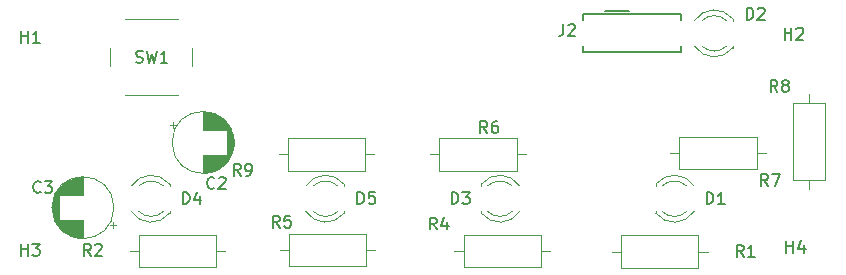
<source format=gbr>
%TF.GenerationSoftware,KiCad,Pcbnew,(6.0.1)*%
%TF.CreationDate,2022-10-21T14:46:05-07:00*%
%TF.ProjectId,BonkDaddyBoard,426f6e6b-4461-4646-9479-426f6172642e,1.2*%
%TF.SameCoordinates,Original*%
%TF.FileFunction,Legend,Top*%
%TF.FilePolarity,Positive*%
%FSLAX46Y46*%
G04 Gerber Fmt 4.6, Leading zero omitted, Abs format (unit mm)*
G04 Created by KiCad (PCBNEW (6.0.1)) date 2022-10-21 14:46:05*
%MOMM*%
%LPD*%
G01*
G04 APERTURE LIST*
%ADD10C,0.150000*%
%ADD11C,0.120000*%
G04 APERTURE END LIST*
D10*
%TO.C,J2*%
X98141666Y-51977380D02*
X98141666Y-52691666D01*
X98094047Y-52834523D01*
X97998809Y-52929761D01*
X97855952Y-52977380D01*
X97760714Y-52977380D01*
X98570238Y-52072619D02*
X98617857Y-52025000D01*
X98713095Y-51977380D01*
X98951190Y-51977380D01*
X99046428Y-52025000D01*
X99094047Y-52072619D01*
X99141666Y-52167857D01*
X99141666Y-52263095D01*
X99094047Y-52405952D01*
X98522619Y-52977380D01*
X99141666Y-52977380D01*
%TO.C,H1*%
X52238095Y-53538380D02*
X52238095Y-52538380D01*
X52238095Y-53014571D02*
X52809523Y-53014571D01*
X52809523Y-53538380D02*
X52809523Y-52538380D01*
X53809523Y-53538380D02*
X53238095Y-53538380D01*
X53523809Y-53538380D02*
X53523809Y-52538380D01*
X53428571Y-52681238D01*
X53333333Y-52776476D01*
X53238095Y-52824095D01*
%TO.C,H2*%
X116880095Y-53284380D02*
X116880095Y-52284380D01*
X116880095Y-52760571D02*
X117451523Y-52760571D01*
X117451523Y-53284380D02*
X117451523Y-52284380D01*
X117880095Y-52379619D02*
X117927714Y-52332000D01*
X118022952Y-52284380D01*
X118261047Y-52284380D01*
X118356285Y-52332000D01*
X118403904Y-52379619D01*
X118451523Y-52474857D01*
X118451523Y-52570095D01*
X118403904Y-52712952D01*
X117832476Y-53284380D01*
X118451523Y-53284380D01*
%TO.C,H3*%
X52238095Y-71572380D02*
X52238095Y-70572380D01*
X52238095Y-71048571D02*
X52809523Y-71048571D01*
X52809523Y-71572380D02*
X52809523Y-70572380D01*
X53190476Y-70572380D02*
X53809523Y-70572380D01*
X53476190Y-70953333D01*
X53619047Y-70953333D01*
X53714285Y-71000952D01*
X53761904Y-71048571D01*
X53809523Y-71143809D01*
X53809523Y-71381904D01*
X53761904Y-71477142D01*
X53714285Y-71524761D01*
X53619047Y-71572380D01*
X53333333Y-71572380D01*
X53238095Y-71524761D01*
X53190476Y-71477142D01*
%TO.C,H4*%
X117038095Y-71318380D02*
X117038095Y-70318380D01*
X117038095Y-70794571D02*
X117609523Y-70794571D01*
X117609523Y-71318380D02*
X117609523Y-70318380D01*
X118514285Y-70651714D02*
X118514285Y-71318380D01*
X118276190Y-70270761D02*
X118038095Y-70985047D01*
X118657142Y-70985047D01*
%TO.C,SW1*%
X61968666Y-55190761D02*
X62111523Y-55238380D01*
X62349619Y-55238380D01*
X62444857Y-55190761D01*
X62492476Y-55143142D01*
X62540095Y-55047904D01*
X62540095Y-54952666D01*
X62492476Y-54857428D01*
X62444857Y-54809809D01*
X62349619Y-54762190D01*
X62159142Y-54714571D01*
X62063904Y-54666952D01*
X62016285Y-54619333D01*
X61968666Y-54524095D01*
X61968666Y-54428857D01*
X62016285Y-54333619D01*
X62063904Y-54286000D01*
X62159142Y-54238380D01*
X62397238Y-54238380D01*
X62540095Y-54286000D01*
X62873428Y-54238380D02*
X63111523Y-55238380D01*
X63302000Y-54524095D01*
X63492476Y-55238380D01*
X63730571Y-54238380D01*
X64635333Y-55238380D02*
X64063904Y-55238380D01*
X64349619Y-55238380D02*
X64349619Y-54238380D01*
X64254380Y-54381238D01*
X64159142Y-54476476D01*
X64063904Y-54524095D01*
%TO.C,D1*%
X110286904Y-67202380D02*
X110286904Y-66202380D01*
X110525000Y-66202380D01*
X110667857Y-66250000D01*
X110763095Y-66345238D01*
X110810714Y-66440476D01*
X110858333Y-66630952D01*
X110858333Y-66773809D01*
X110810714Y-66964285D01*
X110763095Y-67059523D01*
X110667857Y-67154761D01*
X110525000Y-67202380D01*
X110286904Y-67202380D01*
X111810714Y-67202380D02*
X111239285Y-67202380D01*
X111525000Y-67202380D02*
X111525000Y-66202380D01*
X111429761Y-66345238D01*
X111334523Y-66440476D01*
X111239285Y-66488095D01*
%TO.C,D2*%
X113661904Y-51577380D02*
X113661904Y-50577380D01*
X113900000Y-50577380D01*
X114042857Y-50625000D01*
X114138095Y-50720238D01*
X114185714Y-50815476D01*
X114233333Y-51005952D01*
X114233333Y-51148809D01*
X114185714Y-51339285D01*
X114138095Y-51434523D01*
X114042857Y-51529761D01*
X113900000Y-51577380D01*
X113661904Y-51577380D01*
X114614285Y-50672619D02*
X114661904Y-50625000D01*
X114757142Y-50577380D01*
X114995238Y-50577380D01*
X115090476Y-50625000D01*
X115138095Y-50672619D01*
X115185714Y-50767857D01*
X115185714Y-50863095D01*
X115138095Y-51005952D01*
X114566666Y-51577380D01*
X115185714Y-51577380D01*
%TO.C,R1*%
X113408333Y-71677380D02*
X113075000Y-71201190D01*
X112836904Y-71677380D02*
X112836904Y-70677380D01*
X113217857Y-70677380D01*
X113313095Y-70725000D01*
X113360714Y-70772619D01*
X113408333Y-70867857D01*
X113408333Y-71010714D01*
X113360714Y-71105952D01*
X113313095Y-71153571D01*
X113217857Y-71201190D01*
X112836904Y-71201190D01*
X114360714Y-71677380D02*
X113789285Y-71677380D01*
X114075000Y-71677380D02*
X114075000Y-70677380D01*
X113979761Y-70820238D01*
X113884523Y-70915476D01*
X113789285Y-70963095D01*
%TO.C,R2*%
X58133333Y-71577380D02*
X57800000Y-71101190D01*
X57561904Y-71577380D02*
X57561904Y-70577380D01*
X57942857Y-70577380D01*
X58038095Y-70625000D01*
X58085714Y-70672619D01*
X58133333Y-70767857D01*
X58133333Y-70910714D01*
X58085714Y-71005952D01*
X58038095Y-71053571D01*
X57942857Y-71101190D01*
X57561904Y-71101190D01*
X58514285Y-70672619D02*
X58561904Y-70625000D01*
X58657142Y-70577380D01*
X58895238Y-70577380D01*
X58990476Y-70625000D01*
X59038095Y-70672619D01*
X59085714Y-70767857D01*
X59085714Y-70863095D01*
X59038095Y-71005952D01*
X58466666Y-71577380D01*
X59085714Y-71577380D01*
%TO.C,D3*%
X88691904Y-67202380D02*
X88691904Y-66202380D01*
X88930000Y-66202380D01*
X89072857Y-66250000D01*
X89168095Y-66345238D01*
X89215714Y-66440476D01*
X89263333Y-66630952D01*
X89263333Y-66773809D01*
X89215714Y-66964285D01*
X89168095Y-67059523D01*
X89072857Y-67154761D01*
X88930000Y-67202380D01*
X88691904Y-67202380D01*
X89596666Y-66202380D02*
X90215714Y-66202380D01*
X89882380Y-66583333D01*
X90025238Y-66583333D01*
X90120476Y-66630952D01*
X90168095Y-66678571D01*
X90215714Y-66773809D01*
X90215714Y-67011904D01*
X90168095Y-67107142D01*
X90120476Y-67154761D01*
X90025238Y-67202380D01*
X89739523Y-67202380D01*
X89644285Y-67154761D01*
X89596666Y-67107142D01*
%TO.C,R4*%
X87433333Y-69352380D02*
X87100000Y-68876190D01*
X86861904Y-69352380D02*
X86861904Y-68352380D01*
X87242857Y-68352380D01*
X87338095Y-68400000D01*
X87385714Y-68447619D01*
X87433333Y-68542857D01*
X87433333Y-68685714D01*
X87385714Y-68780952D01*
X87338095Y-68828571D01*
X87242857Y-68876190D01*
X86861904Y-68876190D01*
X88290476Y-68685714D02*
X88290476Y-69352380D01*
X88052380Y-68304761D02*
X87814285Y-69019047D01*
X88433333Y-69019047D01*
%TO.C,R5*%
X74132333Y-69191780D02*
X73799000Y-68715590D01*
X73560904Y-69191780D02*
X73560904Y-68191780D01*
X73941857Y-68191780D01*
X74037095Y-68239400D01*
X74084714Y-68287019D01*
X74132333Y-68382257D01*
X74132333Y-68525114D01*
X74084714Y-68620352D01*
X74037095Y-68667971D01*
X73941857Y-68715590D01*
X73560904Y-68715590D01*
X75037095Y-68191780D02*
X74560904Y-68191780D01*
X74513285Y-68667971D01*
X74560904Y-68620352D01*
X74656142Y-68572733D01*
X74894238Y-68572733D01*
X74989476Y-68620352D01*
X75037095Y-68667971D01*
X75084714Y-68763209D01*
X75084714Y-69001304D01*
X75037095Y-69096542D01*
X74989476Y-69144161D01*
X74894238Y-69191780D01*
X74656142Y-69191780D01*
X74560904Y-69144161D01*
X74513285Y-69096542D01*
%TO.C,R6*%
X91708333Y-61177380D02*
X91375000Y-60701190D01*
X91136904Y-61177380D02*
X91136904Y-60177380D01*
X91517857Y-60177380D01*
X91613095Y-60225000D01*
X91660714Y-60272619D01*
X91708333Y-60367857D01*
X91708333Y-60510714D01*
X91660714Y-60605952D01*
X91613095Y-60653571D01*
X91517857Y-60701190D01*
X91136904Y-60701190D01*
X92565476Y-60177380D02*
X92375000Y-60177380D01*
X92279761Y-60225000D01*
X92232142Y-60272619D01*
X92136904Y-60415476D01*
X92089285Y-60605952D01*
X92089285Y-60986904D01*
X92136904Y-61082142D01*
X92184523Y-61129761D01*
X92279761Y-61177380D01*
X92470238Y-61177380D01*
X92565476Y-61129761D01*
X92613095Y-61082142D01*
X92660714Y-60986904D01*
X92660714Y-60748809D01*
X92613095Y-60653571D01*
X92565476Y-60605952D01*
X92470238Y-60558333D01*
X92279761Y-60558333D01*
X92184523Y-60605952D01*
X92136904Y-60653571D01*
X92089285Y-60748809D01*
%TO.C,R8*%
X116283333Y-57702380D02*
X115950000Y-57226190D01*
X115711904Y-57702380D02*
X115711904Y-56702380D01*
X116092857Y-56702380D01*
X116188095Y-56750000D01*
X116235714Y-56797619D01*
X116283333Y-56892857D01*
X116283333Y-57035714D01*
X116235714Y-57130952D01*
X116188095Y-57178571D01*
X116092857Y-57226190D01*
X115711904Y-57226190D01*
X116854761Y-57130952D02*
X116759523Y-57083333D01*
X116711904Y-57035714D01*
X116664285Y-56940476D01*
X116664285Y-56892857D01*
X116711904Y-56797619D01*
X116759523Y-56750000D01*
X116854761Y-56702380D01*
X117045238Y-56702380D01*
X117140476Y-56750000D01*
X117188095Y-56797619D01*
X117235714Y-56892857D01*
X117235714Y-56940476D01*
X117188095Y-57035714D01*
X117140476Y-57083333D01*
X117045238Y-57130952D01*
X116854761Y-57130952D01*
X116759523Y-57178571D01*
X116711904Y-57226190D01*
X116664285Y-57321428D01*
X116664285Y-57511904D01*
X116711904Y-57607142D01*
X116759523Y-57654761D01*
X116854761Y-57702380D01*
X117045238Y-57702380D01*
X117140476Y-57654761D01*
X117188095Y-57607142D01*
X117235714Y-57511904D01*
X117235714Y-57321428D01*
X117188095Y-57226190D01*
X117140476Y-57178571D01*
X117045238Y-57130952D01*
%TO.C,R9*%
X70823333Y-64792380D02*
X70490000Y-64316190D01*
X70251904Y-64792380D02*
X70251904Y-63792380D01*
X70632857Y-63792380D01*
X70728095Y-63840000D01*
X70775714Y-63887619D01*
X70823333Y-63982857D01*
X70823333Y-64125714D01*
X70775714Y-64220952D01*
X70728095Y-64268571D01*
X70632857Y-64316190D01*
X70251904Y-64316190D01*
X71299523Y-64792380D02*
X71490000Y-64792380D01*
X71585238Y-64744761D01*
X71632857Y-64697142D01*
X71728095Y-64554285D01*
X71775714Y-64363809D01*
X71775714Y-63982857D01*
X71728095Y-63887619D01*
X71680476Y-63840000D01*
X71585238Y-63792380D01*
X71394761Y-63792380D01*
X71299523Y-63840000D01*
X71251904Y-63887619D01*
X71204285Y-63982857D01*
X71204285Y-64220952D01*
X71251904Y-64316190D01*
X71299523Y-64363809D01*
X71394761Y-64411428D01*
X71585238Y-64411428D01*
X71680476Y-64363809D01*
X71728095Y-64316190D01*
X71775714Y-64220952D01*
%TO.C,R7*%
X115483333Y-65652380D02*
X115150000Y-65176190D01*
X114911904Y-65652380D02*
X114911904Y-64652380D01*
X115292857Y-64652380D01*
X115388095Y-64700000D01*
X115435714Y-64747619D01*
X115483333Y-64842857D01*
X115483333Y-64985714D01*
X115435714Y-65080952D01*
X115388095Y-65128571D01*
X115292857Y-65176190D01*
X114911904Y-65176190D01*
X115816666Y-64652380D02*
X116483333Y-64652380D01*
X116054761Y-65652380D01*
%TO.C,C2*%
X68603333Y-65817142D02*
X68555714Y-65864761D01*
X68412857Y-65912380D01*
X68317619Y-65912380D01*
X68174761Y-65864761D01*
X68079523Y-65769523D01*
X68031904Y-65674285D01*
X67984285Y-65483809D01*
X67984285Y-65340952D01*
X68031904Y-65150476D01*
X68079523Y-65055238D01*
X68174761Y-64960000D01*
X68317619Y-64912380D01*
X68412857Y-64912380D01*
X68555714Y-64960000D01*
X68603333Y-65007619D01*
X68984285Y-65007619D02*
X69031904Y-64960000D01*
X69127142Y-64912380D01*
X69365238Y-64912380D01*
X69460476Y-64960000D01*
X69508095Y-65007619D01*
X69555714Y-65102857D01*
X69555714Y-65198095D01*
X69508095Y-65340952D01*
X68936666Y-65912380D01*
X69555714Y-65912380D01*
%TO.C,D5*%
X80711904Y-67177380D02*
X80711904Y-66177380D01*
X80950000Y-66177380D01*
X81092857Y-66225000D01*
X81188095Y-66320238D01*
X81235714Y-66415476D01*
X81283333Y-66605952D01*
X81283333Y-66748809D01*
X81235714Y-66939285D01*
X81188095Y-67034523D01*
X81092857Y-67129761D01*
X80950000Y-67177380D01*
X80711904Y-67177380D01*
X82188095Y-66177380D02*
X81711904Y-66177380D01*
X81664285Y-66653571D01*
X81711904Y-66605952D01*
X81807142Y-66558333D01*
X82045238Y-66558333D01*
X82140476Y-66605952D01*
X82188095Y-66653571D01*
X82235714Y-66748809D01*
X82235714Y-66986904D01*
X82188095Y-67082142D01*
X82140476Y-67129761D01*
X82045238Y-67177380D01*
X81807142Y-67177380D01*
X81711904Y-67129761D01*
X81664285Y-67082142D01*
%TO.C,C3*%
X53893333Y-66167142D02*
X53845714Y-66214761D01*
X53702857Y-66262380D01*
X53607619Y-66262380D01*
X53464761Y-66214761D01*
X53369523Y-66119523D01*
X53321904Y-66024285D01*
X53274285Y-65833809D01*
X53274285Y-65690952D01*
X53321904Y-65500476D01*
X53369523Y-65405238D01*
X53464761Y-65310000D01*
X53607619Y-65262380D01*
X53702857Y-65262380D01*
X53845714Y-65310000D01*
X53893333Y-65357619D01*
X54226666Y-65262380D02*
X54845714Y-65262380D01*
X54512380Y-65643333D01*
X54655238Y-65643333D01*
X54750476Y-65690952D01*
X54798095Y-65738571D01*
X54845714Y-65833809D01*
X54845714Y-66071904D01*
X54798095Y-66167142D01*
X54750476Y-66214761D01*
X54655238Y-66262380D01*
X54369523Y-66262380D01*
X54274285Y-66214761D01*
X54226666Y-66167142D01*
%TO.C,D4*%
X65936904Y-67202380D02*
X65936904Y-66202380D01*
X66175000Y-66202380D01*
X66317857Y-66250000D01*
X66413095Y-66345238D01*
X66460714Y-66440476D01*
X66508333Y-66630952D01*
X66508333Y-66773809D01*
X66460714Y-66964285D01*
X66413095Y-67059523D01*
X66317857Y-67154761D01*
X66175000Y-67202380D01*
X65936904Y-67202380D01*
X67365476Y-66535714D02*
X67365476Y-67202380D01*
X67127380Y-66154761D02*
X66889285Y-66869047D01*
X67508333Y-66869047D01*
%TO.C,J2*%
X99850000Y-51120000D02*
X108150000Y-51120000D01*
X99850000Y-54320000D02*
X108150000Y-54320000D01*
X101700000Y-50820000D02*
X103700000Y-50820000D01*
X99850000Y-51595000D02*
X99850000Y-51120000D01*
X108150000Y-54320000D02*
X108150000Y-53845000D01*
X108150000Y-51120000D02*
X108150000Y-51595000D01*
X99850000Y-53845000D02*
X99850000Y-54320000D01*
D11*
%TO.C,SW1*%
X61000000Y-58000000D02*
X65500000Y-58000000D01*
X65500000Y-51500000D02*
X61000000Y-51500000D01*
X66750000Y-55500000D02*
X66750000Y-54000000D01*
X59750000Y-54000000D02*
X59750000Y-55500000D01*
%TO.C,D1*%
X105990000Y-67830000D02*
X105990000Y-67986000D01*
X105990000Y-65514000D02*
X105990000Y-65670000D01*
X109222335Y-65671392D02*
G75*
G03*
X105990000Y-65514484I-1672335J-1078609D01*
G01*
X105990000Y-67985516D02*
G75*
G03*
X109222335Y-67828608I1560000J1235517D01*
G01*
X106509039Y-67830000D02*
G75*
G03*
X108591130Y-67829837I1040961J1080000D01*
G01*
X108591130Y-65670163D02*
G75*
G03*
X106509039Y-65670000I-1041130J-1079837D01*
G01*
%TO.C,D2*%
X112490000Y-53986000D02*
X112490000Y-53830000D01*
X112490000Y-51670000D02*
X112490000Y-51514000D01*
X112490000Y-51514484D02*
G75*
G03*
X109257665Y-51671392I-1560000J-1235517D01*
G01*
X109888870Y-53829837D02*
G75*
G03*
X111970961Y-53830000I1041130J1079837D01*
G01*
X109257665Y-53828608D02*
G75*
G03*
X112490000Y-53985516I1672335J1078609D01*
G01*
X111970961Y-51670000D02*
G75*
G03*
X109888870Y-51670163I-1040961J-1080000D01*
G01*
%TO.C,R1*%
X102285000Y-71225000D02*
X103055000Y-71225000D01*
X109595000Y-72595000D02*
X109595000Y-69855000D01*
X103055000Y-69855000D02*
X103055000Y-72595000D01*
X103055000Y-72595000D02*
X109595000Y-72595000D01*
X110365000Y-71225000D02*
X109595000Y-71225000D01*
X109595000Y-69855000D02*
X103055000Y-69855000D01*
%TO.C,R2*%
X69540000Y-71175000D02*
X68770000Y-71175000D01*
X62230000Y-72545000D02*
X68770000Y-72545000D01*
X61460000Y-71175000D02*
X62230000Y-71175000D01*
X62230000Y-69805000D02*
X62230000Y-72545000D01*
X68770000Y-72545000D02*
X68770000Y-69805000D01*
X68770000Y-69805000D02*
X62230000Y-69805000D01*
%TO.C,D3*%
X91220000Y-65514000D02*
X91220000Y-65670000D01*
X91220000Y-67830000D02*
X91220000Y-67986000D01*
X91220000Y-67985516D02*
G75*
G03*
X94452335Y-67828608I1560000J1235517D01*
G01*
X93821130Y-65670163D02*
G75*
G03*
X91739039Y-65670000I-1041130J-1079837D01*
G01*
X94452335Y-65671392D02*
G75*
G03*
X91220000Y-65514484I-1672335J-1078609D01*
G01*
X91739039Y-67830000D02*
G75*
G03*
X93821130Y-67829837I1040961J1080000D01*
G01*
%TO.C,R4*%
X88935000Y-71175000D02*
X89705000Y-71175000D01*
X89705000Y-72545000D02*
X96245000Y-72545000D01*
X97015000Y-71175000D02*
X96245000Y-71175000D01*
X96245000Y-72545000D02*
X96245000Y-69805000D01*
X96245000Y-69805000D02*
X89705000Y-69805000D01*
X89705000Y-69805000D02*
X89705000Y-72545000D01*
%TO.C,R5*%
X81445000Y-72445000D02*
X81445000Y-69705000D01*
X81445000Y-69705000D02*
X74905000Y-69705000D01*
X74135000Y-71075000D02*
X74905000Y-71075000D01*
X74905000Y-69705000D02*
X74905000Y-72445000D01*
X82215000Y-71075000D02*
X81445000Y-71075000D01*
X74905000Y-72445000D02*
X81445000Y-72445000D01*
%TO.C,R6*%
X94195000Y-64370000D02*
X94195000Y-61630000D01*
X86885000Y-63000000D02*
X87655000Y-63000000D01*
X87655000Y-61630000D02*
X87655000Y-64370000D01*
X94965000Y-63000000D02*
X94195000Y-63000000D01*
X87655000Y-64370000D02*
X94195000Y-64370000D01*
X94195000Y-61630000D02*
X87655000Y-61630000D01*
%TO.C,R8*%
X117605000Y-65195000D02*
X120345000Y-65195000D01*
X118975000Y-57885000D02*
X118975000Y-58655000D01*
X117605000Y-58655000D02*
X117605000Y-65195000D01*
X118975000Y-65965000D02*
X118975000Y-65195000D01*
X120345000Y-65195000D02*
X120345000Y-58655000D01*
X120345000Y-58655000D02*
X117605000Y-58655000D01*
%TO.C,R9*%
X74810000Y-64370000D02*
X81350000Y-64370000D01*
X74040000Y-63000000D02*
X74810000Y-63000000D01*
X81350000Y-64370000D02*
X81350000Y-61630000D01*
X82120000Y-63000000D02*
X81350000Y-63000000D01*
X81350000Y-61630000D02*
X74810000Y-61630000D01*
X74810000Y-61630000D02*
X74810000Y-64370000D01*
%TO.C,R7*%
X107980000Y-64245000D02*
X114520000Y-64245000D01*
X107210000Y-62875000D02*
X107980000Y-62875000D01*
X114520000Y-61505000D02*
X107980000Y-61505000D01*
X115290000Y-62875000D02*
X114520000Y-62875000D01*
X114520000Y-64245000D02*
X114520000Y-61505000D01*
X107980000Y-61505000D02*
X107980000Y-64245000D01*
%TO.C,C2*%
X64840113Y-60505000D02*
X65340113Y-60505000D01*
X69565888Y-63020000D02*
X69565888Y-63723000D01*
X68284888Y-63020000D02*
X68284888Y-64481000D01*
X68845888Y-63020000D02*
X68845888Y-64270000D01*
X68725888Y-63020000D02*
X68725888Y-64328000D01*
X68925888Y-59733000D02*
X68925888Y-60940000D01*
X65090113Y-60255000D02*
X65090113Y-60755000D01*
X68605888Y-59582000D02*
X68605888Y-60940000D01*
X68845888Y-59690000D02*
X68845888Y-60940000D01*
X69285888Y-59976000D02*
X69285888Y-60940000D01*
X67884888Y-59411000D02*
X67884888Y-60940000D01*
X67684888Y-59400000D02*
X67684888Y-60940000D01*
X68765888Y-63020000D02*
X68765888Y-64309000D01*
X69965888Y-60802000D02*
X69965888Y-63158000D01*
X67804888Y-63020000D02*
X67804888Y-64556000D01*
X69285888Y-63020000D02*
X69285888Y-63984000D01*
X69485888Y-63020000D02*
X69485888Y-63806000D01*
X68565888Y-63020000D02*
X68565888Y-64394000D01*
X68965888Y-59756000D02*
X68965888Y-60940000D01*
X68885888Y-63020000D02*
X68885888Y-64248000D01*
X68164888Y-63020000D02*
X68164888Y-64508000D01*
X69765888Y-60480000D02*
X69765888Y-63480000D01*
X69085888Y-59831000D02*
X69085888Y-60940000D01*
X68365888Y-63020000D02*
X68365888Y-64460000D01*
X69605888Y-63020000D02*
X69605888Y-63679000D01*
X67844888Y-63020000D02*
X67844888Y-64553000D01*
X69525888Y-63020000D02*
X69525888Y-63765000D01*
X68965888Y-63020000D02*
X68965888Y-64204000D01*
X69165888Y-59885000D02*
X69165888Y-60940000D01*
X68805888Y-59670000D02*
X68805888Y-60940000D01*
X68805888Y-63020000D02*
X68805888Y-64290000D01*
X68204888Y-59460000D02*
X68204888Y-60940000D01*
X68004888Y-63020000D02*
X68004888Y-64536000D01*
X68565888Y-59566000D02*
X68565888Y-60940000D01*
X69325888Y-63020000D02*
X69325888Y-63951000D01*
X68124888Y-63020000D02*
X68124888Y-64516000D01*
X69445888Y-63020000D02*
X69445888Y-63844000D01*
X68044888Y-63020000D02*
X68044888Y-64530000D01*
X68324888Y-63020000D02*
X68324888Y-64471000D01*
X67764888Y-59402000D02*
X67764888Y-60940000D01*
X67844888Y-59407000D02*
X67844888Y-60940000D01*
X69045888Y-63020000D02*
X69045888Y-64155000D01*
X67964888Y-63020000D02*
X67964888Y-64541000D01*
X67724888Y-63020000D02*
X67724888Y-64559000D01*
X69125888Y-59858000D02*
X69125888Y-60940000D01*
X69365888Y-60043000D02*
X69365888Y-60940000D01*
X69565888Y-60237000D02*
X69565888Y-60940000D01*
X68685888Y-59615000D02*
X68685888Y-60940000D01*
X68124888Y-59444000D02*
X68124888Y-60940000D01*
X68445888Y-63020000D02*
X68445888Y-64435000D01*
X67644888Y-59400000D02*
X67644888Y-60940000D01*
X68485888Y-63020000D02*
X68485888Y-64422000D01*
X68365888Y-59500000D02*
X68365888Y-60940000D01*
X69725888Y-60426000D02*
X69725888Y-63534000D01*
X68324888Y-59489000D02*
X68324888Y-60940000D01*
X68525888Y-63020000D02*
X68525888Y-64408000D01*
X67804888Y-59404000D02*
X67804888Y-60940000D01*
X69205888Y-59915000D02*
X69205888Y-60940000D01*
X69525888Y-60195000D02*
X69525888Y-60940000D01*
X67924888Y-63020000D02*
X67924888Y-64545000D01*
X68244888Y-59469000D02*
X68244888Y-60940000D01*
X69165888Y-63020000D02*
X69165888Y-64075000D01*
X68645888Y-59598000D02*
X68645888Y-60940000D01*
X68044888Y-59430000D02*
X68044888Y-60940000D01*
X68765888Y-59651000D02*
X68765888Y-60940000D01*
X67924888Y-59415000D02*
X67924888Y-60940000D01*
X70245888Y-61696000D02*
X70245888Y-62264000D01*
X70085888Y-61065000D02*
X70085888Y-62895000D01*
X67964888Y-59419000D02*
X67964888Y-60940000D01*
X69325888Y-60009000D02*
X69325888Y-60940000D01*
X68244888Y-63020000D02*
X68244888Y-64491000D01*
X70125888Y-61175000D02*
X70125888Y-62785000D01*
X69885888Y-60661000D02*
X69885888Y-63299000D01*
X69845888Y-60597000D02*
X69845888Y-63363000D01*
X69045888Y-59805000D02*
X69045888Y-60940000D01*
X70205888Y-61462000D02*
X70205888Y-62498000D01*
X69005888Y-59780000D02*
X69005888Y-60940000D01*
X68284888Y-59479000D02*
X68284888Y-60940000D01*
X67684888Y-63020000D02*
X67684888Y-64560000D01*
X67884888Y-63020000D02*
X67884888Y-64549000D01*
X69645888Y-60327000D02*
X69645888Y-60940000D01*
X69605888Y-60281000D02*
X69605888Y-60940000D01*
X69205888Y-63020000D02*
X69205888Y-64045000D01*
X68084888Y-59437000D02*
X68084888Y-60940000D01*
X67644888Y-63020000D02*
X67644888Y-64560000D01*
X67724888Y-59401000D02*
X67724888Y-60940000D01*
X69005888Y-63020000D02*
X69005888Y-64180000D01*
X69245888Y-63020000D02*
X69245888Y-64015000D01*
X69125888Y-63020000D02*
X69125888Y-64102000D01*
X68445888Y-59525000D02*
X68445888Y-60940000D01*
X69485888Y-60154000D02*
X69485888Y-60940000D01*
X68485888Y-59538000D02*
X68485888Y-60940000D01*
X69405888Y-60079000D02*
X69405888Y-60940000D01*
X68925888Y-63020000D02*
X68925888Y-64227000D01*
X68685888Y-63020000D02*
X68685888Y-64345000D01*
X69805888Y-60537000D02*
X69805888Y-63423000D01*
X68164888Y-59452000D02*
X68164888Y-60940000D01*
X69405888Y-63020000D02*
X69405888Y-63881000D01*
X70165888Y-61303000D02*
X70165888Y-62657000D01*
X67764888Y-63020000D02*
X67764888Y-64558000D01*
X68004888Y-59424000D02*
X68004888Y-60940000D01*
X68645888Y-63020000D02*
X68645888Y-64362000D01*
X69645888Y-63020000D02*
X69645888Y-63633000D01*
X68885888Y-59712000D02*
X68885888Y-60940000D01*
X70005888Y-60882000D02*
X70005888Y-63078000D01*
X69245888Y-59945000D02*
X69245888Y-60940000D01*
X70045888Y-60969000D02*
X70045888Y-62991000D01*
X69365888Y-63020000D02*
X69365888Y-63917000D01*
X69445888Y-60116000D02*
X69445888Y-60940000D01*
X68405888Y-59512000D02*
X68405888Y-60940000D01*
X68405888Y-63020000D02*
X68405888Y-64448000D01*
X68605888Y-63020000D02*
X68605888Y-64378000D01*
X68725888Y-59632000D02*
X68725888Y-60940000D01*
X69085888Y-63020000D02*
X69085888Y-64129000D01*
X69925888Y-60729000D02*
X69925888Y-63231000D01*
X69685888Y-60375000D02*
X69685888Y-63585000D01*
X68084888Y-63020000D02*
X68084888Y-64523000D01*
X68525888Y-59552000D02*
X68525888Y-60940000D01*
X68204888Y-63020000D02*
X68204888Y-64500000D01*
X70264888Y-61980000D02*
G75*
G03*
X70264888Y-61980000I-2620000J0D01*
G01*
%TO.C,D5*%
X79580000Y-67986000D02*
X79580000Y-67830000D01*
X79580000Y-65670000D02*
X79580000Y-65514000D01*
X76978870Y-67829837D02*
G75*
G03*
X79060961Y-67830000I1041130J1079837D01*
G01*
X76347665Y-67828608D02*
G75*
G03*
X79580000Y-67985516I1672335J1078609D01*
G01*
X79060961Y-65670000D02*
G75*
G03*
X76978870Y-65670163I-1040961J-1080000D01*
G01*
X79580000Y-65514484D02*
G75*
G03*
X76347665Y-65671392I-1560000J-1235517D01*
G01*
%TO.C,C3*%
X56474113Y-69892000D02*
X56474113Y-68550000D01*
X57315113Y-70086000D02*
X57315113Y-68550000D01*
X56194113Y-69757000D02*
X56194113Y-68550000D01*
X56634113Y-66470000D02*
X56634113Y-65068000D01*
X56554113Y-66470000D02*
X56554113Y-65096000D01*
X57475113Y-70090000D02*
X57475113Y-68550000D01*
X55594113Y-69295000D02*
X55594113Y-68550000D01*
X56434113Y-69875000D02*
X56434113Y-68550000D01*
X57195113Y-70075000D02*
X57195113Y-68550000D01*
X55554113Y-66470000D02*
X55554113Y-65767000D01*
X55394113Y-69064000D02*
X55394113Y-65956000D01*
X56835113Y-66470000D02*
X56835113Y-65009000D01*
X54914113Y-68028000D02*
X54914113Y-66992000D01*
X55474113Y-69163000D02*
X55474113Y-68550000D01*
X55914113Y-66470000D02*
X55914113Y-65445000D01*
X56394113Y-66470000D02*
X56394113Y-65162000D01*
X56034113Y-66470000D02*
X56034113Y-65361000D01*
X55434113Y-69115000D02*
X55434113Y-65905000D01*
X56875113Y-66470000D02*
X56875113Y-64999000D01*
X55634113Y-69336000D02*
X55634113Y-68550000D01*
X56314113Y-66470000D02*
X56314113Y-65200000D01*
X54994113Y-68315000D02*
X54994113Y-66705000D01*
X57355113Y-66470000D02*
X57355113Y-64932000D01*
X56074113Y-69685000D02*
X56074113Y-68550000D01*
X55114113Y-68608000D02*
X55114113Y-66412000D01*
X56795113Y-70001000D02*
X56795113Y-68550000D01*
X56995113Y-70046000D02*
X56995113Y-68550000D01*
X55274113Y-68893000D02*
X55274113Y-66127000D01*
X57195113Y-66470000D02*
X57195113Y-64945000D01*
X55994113Y-69632000D02*
X55994113Y-68550000D01*
X54874113Y-67794000D02*
X54874113Y-67226000D01*
X56995113Y-66470000D02*
X56995113Y-64974000D01*
X56754113Y-66470000D02*
X56754113Y-65030000D01*
X57355113Y-70088000D02*
X57355113Y-68550000D01*
X55954113Y-66470000D02*
X55954113Y-65415000D01*
X56674113Y-66470000D02*
X56674113Y-65055000D01*
X56354113Y-69839000D02*
X56354113Y-68550000D01*
X57395113Y-70089000D02*
X57395113Y-68550000D01*
X56795113Y-66470000D02*
X56795113Y-65019000D01*
X56835113Y-70011000D02*
X56835113Y-68550000D01*
X56594113Y-69938000D02*
X56594113Y-68550000D01*
X55314113Y-68953000D02*
X55314113Y-66067000D01*
X56314113Y-69820000D02*
X56314113Y-68550000D01*
X57315113Y-66470000D02*
X57315113Y-64934000D01*
X55674113Y-69374000D02*
X55674113Y-68550000D01*
X57155113Y-66470000D02*
X57155113Y-64949000D01*
X55594113Y-66470000D02*
X55594113Y-65725000D01*
X56234113Y-66470000D02*
X56234113Y-65242000D01*
X55714113Y-69411000D02*
X55714113Y-68550000D01*
X55834113Y-66470000D02*
X55834113Y-65506000D01*
X55714113Y-66470000D02*
X55714113Y-65609000D01*
X56554113Y-69924000D02*
X56554113Y-68550000D01*
X56234113Y-69778000D02*
X56234113Y-68550000D01*
X56114113Y-69710000D02*
X56114113Y-68550000D01*
X56674113Y-69965000D02*
X56674113Y-68550000D01*
X57275113Y-66470000D02*
X57275113Y-64937000D01*
X55354113Y-69010000D02*
X55354113Y-66010000D01*
X57235113Y-70079000D02*
X57235113Y-68550000D01*
X57475113Y-66470000D02*
X57475113Y-64930000D01*
X57275113Y-70083000D02*
X57275113Y-68550000D01*
X57395113Y-66470000D02*
X57395113Y-64931000D01*
X54954113Y-68187000D02*
X54954113Y-66833000D01*
X55034113Y-68425000D02*
X55034113Y-66595000D01*
X57235113Y-66470000D02*
X57235113Y-64941000D01*
X56915113Y-70030000D02*
X56915113Y-68550000D01*
X55834113Y-69514000D02*
X55834113Y-68550000D01*
X60029888Y-69235000D02*
X60029888Y-68735000D01*
X56154113Y-69734000D02*
X56154113Y-68550000D01*
X55474113Y-66470000D02*
X55474113Y-65857000D01*
X55194113Y-68761000D02*
X55194113Y-66259000D01*
X56394113Y-69858000D02*
X56394113Y-68550000D01*
X60279888Y-68985000D02*
X59779888Y-68985000D01*
X56514113Y-66470000D02*
X56514113Y-65112000D01*
X57035113Y-66470000D02*
X57035113Y-64967000D01*
X55874113Y-69545000D02*
X55874113Y-68550000D01*
X57435113Y-70090000D02*
X57435113Y-68550000D01*
X57035113Y-70053000D02*
X57035113Y-68550000D01*
X56194113Y-66470000D02*
X56194113Y-65263000D01*
X57115113Y-70066000D02*
X57115113Y-68550000D01*
X56074113Y-66470000D02*
X56074113Y-65335000D01*
X56274113Y-69800000D02*
X56274113Y-68550000D01*
X56714113Y-66470000D02*
X56714113Y-65042000D01*
X55954113Y-69605000D02*
X55954113Y-68550000D01*
X55514113Y-66470000D02*
X55514113Y-65811000D01*
X55074113Y-68521000D02*
X55074113Y-66499000D01*
X55154113Y-68688000D02*
X55154113Y-66332000D01*
X57115113Y-66470000D02*
X57115113Y-64954000D01*
X56274113Y-66470000D02*
X56274113Y-65220000D01*
X56354113Y-66470000D02*
X56354113Y-65181000D01*
X57435113Y-66470000D02*
X57435113Y-64930000D01*
X56154113Y-66470000D02*
X56154113Y-65286000D01*
X57075113Y-70060000D02*
X57075113Y-68550000D01*
X56034113Y-69659000D02*
X56034113Y-68550000D01*
X55634113Y-66470000D02*
X55634113Y-65684000D01*
X56514113Y-69908000D02*
X56514113Y-68550000D01*
X57075113Y-66470000D02*
X57075113Y-64960000D01*
X57155113Y-70071000D02*
X57155113Y-68550000D01*
X56474113Y-66470000D02*
X56474113Y-65128000D01*
X55874113Y-66470000D02*
X55874113Y-65475000D01*
X56875113Y-70021000D02*
X56875113Y-68550000D01*
X55514113Y-69209000D02*
X55514113Y-68550000D01*
X55794113Y-69481000D02*
X55794113Y-68550000D01*
X56594113Y-66470000D02*
X56594113Y-65082000D01*
X56915113Y-66470000D02*
X56915113Y-64990000D01*
X56114113Y-66470000D02*
X56114113Y-65310000D01*
X55554113Y-69253000D02*
X55554113Y-68550000D01*
X55754113Y-66470000D02*
X55754113Y-65573000D01*
X56955113Y-66470000D02*
X56955113Y-64982000D01*
X55234113Y-68829000D02*
X55234113Y-66191000D01*
X55754113Y-69447000D02*
X55754113Y-68550000D01*
X55994113Y-66470000D02*
X55994113Y-65388000D01*
X55914113Y-69575000D02*
X55914113Y-68550000D01*
X56754113Y-69990000D02*
X56754113Y-68550000D01*
X55674113Y-66470000D02*
X55674113Y-65646000D01*
X56955113Y-70038000D02*
X56955113Y-68550000D01*
X55794113Y-66470000D02*
X55794113Y-65539000D01*
X56714113Y-69978000D02*
X56714113Y-68550000D01*
X56434113Y-66470000D02*
X56434113Y-65145000D01*
X56634113Y-69952000D02*
X56634113Y-68550000D01*
X60095113Y-67510000D02*
G75*
G03*
X60095113Y-67510000I-2620000J0D01*
G01*
%TO.C,D4*%
X64810000Y-65670000D02*
X64810000Y-65514000D01*
X64810000Y-67986000D02*
X64810000Y-67830000D01*
X62208870Y-67829837D02*
G75*
G03*
X64290961Y-67830000I1041130J1079837D01*
G01*
X64290961Y-65670000D02*
G75*
G03*
X62208870Y-65670163I-1040961J-1080000D01*
G01*
X61577665Y-67828608D02*
G75*
G03*
X64810000Y-67985516I1672335J1078609D01*
G01*
X64810000Y-65514484D02*
G75*
G03*
X61577665Y-65671392I-1560000J-1235517D01*
G01*
%TD*%
M02*

</source>
